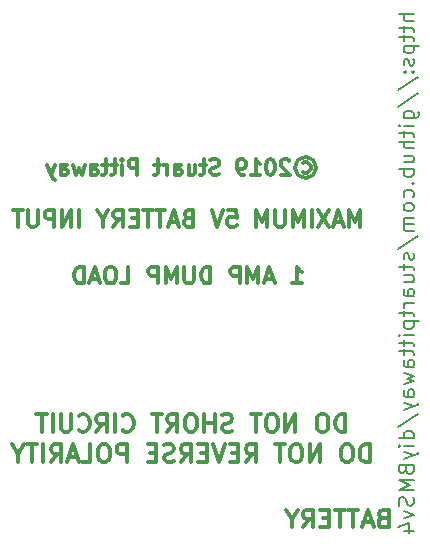
<source format=gbr>
G04 #@! TF.GenerationSoftware,KiCad,Pcbnew,(5.0.0)*
G04 #@! TF.CreationDate,2019-03-26T19:26:32+00:00*
G04 #@! TF.ProjectId,v4,76342E6B696361645F70636200000000,rev?*
G04 #@! TF.SameCoordinates,Original*
G04 #@! TF.FileFunction,Legend,Bot*
G04 #@! TF.FilePolarity,Positive*
%FSLAX46Y46*%
G04 Gerber Fmt 4.6, Leading zero omitted, Abs format (unit mm)*
G04 Created by KiCad (PCBNEW (5.0.0)) date 03/26/19 19:26:32*
%MOMM*%
%LPD*%
G01*
G04 APERTURE LIST*
%ADD10C,0.300000*%
%ADD11C,0.200000*%
G04 APERTURE END LIST*
D10*
X80629885Y-91757971D02*
X80629885Y-90257971D01*
X80272742Y-90257971D01*
X80058457Y-90329400D01*
X79915600Y-90472257D01*
X79844171Y-90615114D01*
X79772742Y-90900828D01*
X79772742Y-91115114D01*
X79844171Y-91400828D01*
X79915600Y-91543685D01*
X80058457Y-91686542D01*
X80272742Y-91757971D01*
X80629885Y-91757971D01*
X78844171Y-90257971D02*
X78558457Y-90257971D01*
X78415600Y-90329400D01*
X78272742Y-90472257D01*
X78201314Y-90757971D01*
X78201314Y-91257971D01*
X78272742Y-91543685D01*
X78415600Y-91686542D01*
X78558457Y-91757971D01*
X78844171Y-91757971D01*
X78987028Y-91686542D01*
X79129885Y-91543685D01*
X79201314Y-91257971D01*
X79201314Y-90757971D01*
X79129885Y-90472257D01*
X78987028Y-90329400D01*
X78844171Y-90257971D01*
X76415600Y-91757971D02*
X76415600Y-90257971D01*
X75558457Y-91757971D01*
X75558457Y-90257971D01*
X74558457Y-90257971D02*
X74272742Y-90257971D01*
X74129885Y-90329400D01*
X73987028Y-90472257D01*
X73915600Y-90757971D01*
X73915600Y-91257971D01*
X73987028Y-91543685D01*
X74129885Y-91686542D01*
X74272742Y-91757971D01*
X74558457Y-91757971D01*
X74701314Y-91686542D01*
X74844171Y-91543685D01*
X74915600Y-91257971D01*
X74915600Y-90757971D01*
X74844171Y-90472257D01*
X74701314Y-90329400D01*
X74558457Y-90257971D01*
X73487028Y-90257971D02*
X72629885Y-90257971D01*
X73058457Y-91757971D02*
X73058457Y-90257971D01*
X71058457Y-91686542D02*
X70844171Y-91757971D01*
X70487028Y-91757971D01*
X70344171Y-91686542D01*
X70272742Y-91615114D01*
X70201314Y-91472257D01*
X70201314Y-91329400D01*
X70272742Y-91186542D01*
X70344171Y-91115114D01*
X70487028Y-91043685D01*
X70772742Y-90972257D01*
X70915600Y-90900828D01*
X70987028Y-90829400D01*
X71058457Y-90686542D01*
X71058457Y-90543685D01*
X70987028Y-90400828D01*
X70915600Y-90329400D01*
X70772742Y-90257971D01*
X70415600Y-90257971D01*
X70201314Y-90329400D01*
X69558457Y-91757971D02*
X69558457Y-90257971D01*
X69558457Y-90972257D02*
X68701314Y-90972257D01*
X68701314Y-91757971D02*
X68701314Y-90257971D01*
X67701314Y-90257971D02*
X67415600Y-90257971D01*
X67272742Y-90329400D01*
X67129885Y-90472257D01*
X67058457Y-90757971D01*
X67058457Y-91257971D01*
X67129885Y-91543685D01*
X67272742Y-91686542D01*
X67415600Y-91757971D01*
X67701314Y-91757971D01*
X67844171Y-91686542D01*
X67987028Y-91543685D01*
X68058457Y-91257971D01*
X68058457Y-90757971D01*
X67987028Y-90472257D01*
X67844171Y-90329400D01*
X67701314Y-90257971D01*
X65558457Y-91757971D02*
X66058457Y-91043685D01*
X66415600Y-91757971D02*
X66415600Y-90257971D01*
X65844171Y-90257971D01*
X65701314Y-90329400D01*
X65629885Y-90400828D01*
X65558457Y-90543685D01*
X65558457Y-90757971D01*
X65629885Y-90900828D01*
X65701314Y-90972257D01*
X65844171Y-91043685D01*
X66415600Y-91043685D01*
X65129885Y-90257971D02*
X64272742Y-90257971D01*
X64701314Y-91757971D02*
X64701314Y-90257971D01*
X61772742Y-91615114D02*
X61844171Y-91686542D01*
X62058457Y-91757971D01*
X62201314Y-91757971D01*
X62415600Y-91686542D01*
X62558457Y-91543685D01*
X62629885Y-91400828D01*
X62701314Y-91115114D01*
X62701314Y-90900828D01*
X62629885Y-90615114D01*
X62558457Y-90472257D01*
X62415600Y-90329400D01*
X62201314Y-90257971D01*
X62058457Y-90257971D01*
X61844171Y-90329400D01*
X61772742Y-90400828D01*
X61129885Y-91757971D02*
X61129885Y-90257971D01*
X59558457Y-91757971D02*
X60058457Y-91043685D01*
X60415600Y-91757971D02*
X60415600Y-90257971D01*
X59844171Y-90257971D01*
X59701314Y-90329400D01*
X59629885Y-90400828D01*
X59558457Y-90543685D01*
X59558457Y-90757971D01*
X59629885Y-90900828D01*
X59701314Y-90972257D01*
X59844171Y-91043685D01*
X60415600Y-91043685D01*
X58058457Y-91615114D02*
X58129885Y-91686542D01*
X58344171Y-91757971D01*
X58487028Y-91757971D01*
X58701314Y-91686542D01*
X58844171Y-91543685D01*
X58915600Y-91400828D01*
X58987028Y-91115114D01*
X58987028Y-90900828D01*
X58915600Y-90615114D01*
X58844171Y-90472257D01*
X58701314Y-90329400D01*
X58487028Y-90257971D01*
X58344171Y-90257971D01*
X58129885Y-90329400D01*
X58058457Y-90400828D01*
X57415600Y-90257971D02*
X57415600Y-91472257D01*
X57344171Y-91615114D01*
X57272742Y-91686542D01*
X57129885Y-91757971D01*
X56844171Y-91757971D01*
X56701314Y-91686542D01*
X56629885Y-91615114D01*
X56558457Y-91472257D01*
X56558457Y-90257971D01*
X55844171Y-91757971D02*
X55844171Y-90257971D01*
X55344171Y-90257971D02*
X54487028Y-90257971D01*
X54915600Y-91757971D02*
X54915600Y-90257971D01*
X82701314Y-94307971D02*
X82701314Y-92807971D01*
X82344171Y-92807971D01*
X82129885Y-92879400D01*
X81987028Y-93022257D01*
X81915600Y-93165114D01*
X81844171Y-93450828D01*
X81844171Y-93665114D01*
X81915600Y-93950828D01*
X81987028Y-94093685D01*
X82129885Y-94236542D01*
X82344171Y-94307971D01*
X82701314Y-94307971D01*
X80915600Y-92807971D02*
X80629885Y-92807971D01*
X80487028Y-92879400D01*
X80344171Y-93022257D01*
X80272742Y-93307971D01*
X80272742Y-93807971D01*
X80344171Y-94093685D01*
X80487028Y-94236542D01*
X80629885Y-94307971D01*
X80915600Y-94307971D01*
X81058457Y-94236542D01*
X81201314Y-94093685D01*
X81272742Y-93807971D01*
X81272742Y-93307971D01*
X81201314Y-93022257D01*
X81058457Y-92879400D01*
X80915600Y-92807971D01*
X78487028Y-94307971D02*
X78487028Y-92807971D01*
X77629885Y-94307971D01*
X77629885Y-92807971D01*
X76629885Y-92807971D02*
X76344171Y-92807971D01*
X76201314Y-92879400D01*
X76058457Y-93022257D01*
X75987028Y-93307971D01*
X75987028Y-93807971D01*
X76058457Y-94093685D01*
X76201314Y-94236542D01*
X76344171Y-94307971D01*
X76629885Y-94307971D01*
X76772742Y-94236542D01*
X76915600Y-94093685D01*
X76987028Y-93807971D01*
X76987028Y-93307971D01*
X76915600Y-93022257D01*
X76772742Y-92879400D01*
X76629885Y-92807971D01*
X75558457Y-92807971D02*
X74701314Y-92807971D01*
X75129885Y-94307971D02*
X75129885Y-92807971D01*
X72201314Y-94307971D02*
X72701314Y-93593685D01*
X73058457Y-94307971D02*
X73058457Y-92807971D01*
X72487028Y-92807971D01*
X72344171Y-92879400D01*
X72272742Y-92950828D01*
X72201314Y-93093685D01*
X72201314Y-93307971D01*
X72272742Y-93450828D01*
X72344171Y-93522257D01*
X72487028Y-93593685D01*
X73058457Y-93593685D01*
X71558457Y-93522257D02*
X71058457Y-93522257D01*
X70844171Y-94307971D02*
X71558457Y-94307971D01*
X71558457Y-92807971D01*
X70844171Y-92807971D01*
X70415600Y-92807971D02*
X69915600Y-94307971D01*
X69415600Y-92807971D01*
X68915600Y-93522257D02*
X68415600Y-93522257D01*
X68201314Y-94307971D02*
X68915600Y-94307971D01*
X68915600Y-92807971D01*
X68201314Y-92807971D01*
X66701314Y-94307971D02*
X67201314Y-93593685D01*
X67558457Y-94307971D02*
X67558457Y-92807971D01*
X66987028Y-92807971D01*
X66844171Y-92879400D01*
X66772742Y-92950828D01*
X66701314Y-93093685D01*
X66701314Y-93307971D01*
X66772742Y-93450828D01*
X66844171Y-93522257D01*
X66987028Y-93593685D01*
X67558457Y-93593685D01*
X66129885Y-94236542D02*
X65915600Y-94307971D01*
X65558457Y-94307971D01*
X65415600Y-94236542D01*
X65344171Y-94165114D01*
X65272742Y-94022257D01*
X65272742Y-93879400D01*
X65344171Y-93736542D01*
X65415600Y-93665114D01*
X65558457Y-93593685D01*
X65844171Y-93522257D01*
X65987028Y-93450828D01*
X66058457Y-93379400D01*
X66129885Y-93236542D01*
X66129885Y-93093685D01*
X66058457Y-92950828D01*
X65987028Y-92879400D01*
X65844171Y-92807971D01*
X65487028Y-92807971D01*
X65272742Y-92879400D01*
X64629885Y-93522257D02*
X64129885Y-93522257D01*
X63915600Y-94307971D02*
X64629885Y-94307971D01*
X64629885Y-92807971D01*
X63915600Y-92807971D01*
X62129885Y-94307971D02*
X62129885Y-92807971D01*
X61558457Y-92807971D01*
X61415600Y-92879400D01*
X61344171Y-92950828D01*
X61272742Y-93093685D01*
X61272742Y-93307971D01*
X61344171Y-93450828D01*
X61415600Y-93522257D01*
X61558457Y-93593685D01*
X62129885Y-93593685D01*
X60344171Y-92807971D02*
X60058457Y-92807971D01*
X59915600Y-92879400D01*
X59772742Y-93022257D01*
X59701314Y-93307971D01*
X59701314Y-93807971D01*
X59772742Y-94093685D01*
X59915600Y-94236542D01*
X60058457Y-94307971D01*
X60344171Y-94307971D01*
X60487028Y-94236542D01*
X60629885Y-94093685D01*
X60701314Y-93807971D01*
X60701314Y-93307971D01*
X60629885Y-93022257D01*
X60487028Y-92879400D01*
X60344171Y-92807971D01*
X58344171Y-94307971D02*
X59058457Y-94307971D01*
X59058457Y-92807971D01*
X57915600Y-93879400D02*
X57201314Y-93879400D01*
X58058457Y-94307971D02*
X57558457Y-92807971D01*
X57058457Y-94307971D01*
X55701314Y-94307971D02*
X56201314Y-93593685D01*
X56558457Y-94307971D02*
X56558457Y-92807971D01*
X55987028Y-92807971D01*
X55844171Y-92879400D01*
X55772742Y-92950828D01*
X55701314Y-93093685D01*
X55701314Y-93307971D01*
X55772742Y-93450828D01*
X55844171Y-93522257D01*
X55987028Y-93593685D01*
X56558457Y-93593685D01*
X55058457Y-94307971D02*
X55058457Y-92807971D01*
X54558457Y-92807971D02*
X53701314Y-92807971D01*
X54129885Y-94307971D02*
X54129885Y-92807971D01*
X52915600Y-93593685D02*
X52915600Y-94307971D01*
X53415600Y-92807971D02*
X52915600Y-93593685D01*
X52415600Y-92807971D01*
X81910000Y-74382533D02*
X81910000Y-72982533D01*
X81443333Y-73982533D01*
X80976666Y-72982533D01*
X80976666Y-74382533D01*
X80376666Y-73982533D02*
X79710000Y-73982533D01*
X80510000Y-74382533D02*
X80043333Y-72982533D01*
X79576666Y-74382533D01*
X79243333Y-72982533D02*
X78310000Y-74382533D01*
X78310000Y-72982533D02*
X79243333Y-74382533D01*
X77776666Y-74382533D02*
X77776666Y-72982533D01*
X77110000Y-74382533D02*
X77110000Y-72982533D01*
X76643333Y-73982533D01*
X76176666Y-72982533D01*
X76176666Y-74382533D01*
X75510000Y-72982533D02*
X75510000Y-74115866D01*
X75443333Y-74249200D01*
X75376666Y-74315866D01*
X75243333Y-74382533D01*
X74976666Y-74382533D01*
X74843333Y-74315866D01*
X74776666Y-74249200D01*
X74710000Y-74115866D01*
X74710000Y-72982533D01*
X74043333Y-74382533D02*
X74043333Y-72982533D01*
X73576666Y-73982533D01*
X73110000Y-72982533D01*
X73110000Y-74382533D01*
X70710000Y-72982533D02*
X71376666Y-72982533D01*
X71443333Y-73649200D01*
X71376666Y-73582533D01*
X71243333Y-73515866D01*
X70910000Y-73515866D01*
X70776666Y-73582533D01*
X70710000Y-73649200D01*
X70643333Y-73782533D01*
X70643333Y-74115866D01*
X70710000Y-74249200D01*
X70776666Y-74315866D01*
X70910000Y-74382533D01*
X71243333Y-74382533D01*
X71376666Y-74315866D01*
X71443333Y-74249200D01*
X70243333Y-72982533D02*
X69776666Y-74382533D01*
X69310000Y-72982533D01*
X67310000Y-73649200D02*
X67110000Y-73715866D01*
X67043333Y-73782533D01*
X66976666Y-73915866D01*
X66976666Y-74115866D01*
X67043333Y-74249200D01*
X67110000Y-74315866D01*
X67243333Y-74382533D01*
X67776666Y-74382533D01*
X67776666Y-72982533D01*
X67310000Y-72982533D01*
X67176666Y-73049200D01*
X67110000Y-73115866D01*
X67043333Y-73249200D01*
X67043333Y-73382533D01*
X67110000Y-73515866D01*
X67176666Y-73582533D01*
X67310000Y-73649200D01*
X67776666Y-73649200D01*
X66443333Y-73982533D02*
X65776666Y-73982533D01*
X66576666Y-74382533D02*
X66110000Y-72982533D01*
X65643333Y-74382533D01*
X65376666Y-72982533D02*
X64576666Y-72982533D01*
X64976666Y-74382533D02*
X64976666Y-72982533D01*
X64310000Y-72982533D02*
X63510000Y-72982533D01*
X63910000Y-74382533D02*
X63910000Y-72982533D01*
X63043333Y-73649200D02*
X62576666Y-73649200D01*
X62376666Y-74382533D02*
X63043333Y-74382533D01*
X63043333Y-72982533D01*
X62376666Y-72982533D01*
X60976666Y-74382533D02*
X61443333Y-73715866D01*
X61776666Y-74382533D02*
X61776666Y-72982533D01*
X61243333Y-72982533D01*
X61110000Y-73049200D01*
X61043333Y-73115866D01*
X60976666Y-73249200D01*
X60976666Y-73449200D01*
X61043333Y-73582533D01*
X61110000Y-73649200D01*
X61243333Y-73715866D01*
X61776666Y-73715866D01*
X60110000Y-73715866D02*
X60110000Y-74382533D01*
X60576666Y-72982533D02*
X60110000Y-73715866D01*
X59643333Y-72982533D01*
X58110000Y-74382533D02*
X58110000Y-72982533D01*
X57443333Y-74382533D02*
X57443333Y-72982533D01*
X56643333Y-74382533D01*
X56643333Y-72982533D01*
X55976666Y-74382533D02*
X55976666Y-72982533D01*
X55443333Y-72982533D01*
X55310000Y-73049200D01*
X55243333Y-73115866D01*
X55176666Y-73249200D01*
X55176666Y-73449200D01*
X55243333Y-73582533D01*
X55310000Y-73649200D01*
X55443333Y-73715866D01*
X55976666Y-73715866D01*
X54576666Y-72982533D02*
X54576666Y-74115866D01*
X54510000Y-74249200D01*
X54443333Y-74315866D01*
X54310000Y-74382533D01*
X54043333Y-74382533D01*
X53910000Y-74315866D01*
X53843333Y-74249200D01*
X53776666Y-74115866D01*
X53776666Y-72982533D01*
X53310000Y-72982533D02*
X52510000Y-72982533D01*
X52910000Y-74382533D02*
X52910000Y-72982533D01*
X76143333Y-79182533D02*
X76943333Y-79182533D01*
X76543333Y-79182533D02*
X76543333Y-77782533D01*
X76676666Y-77982533D01*
X76810000Y-78115866D01*
X76943333Y-78182533D01*
X74543333Y-78782533D02*
X73876666Y-78782533D01*
X74676666Y-79182533D02*
X74210000Y-77782533D01*
X73743333Y-79182533D01*
X73276666Y-79182533D02*
X73276666Y-77782533D01*
X72810000Y-78782533D01*
X72343333Y-77782533D01*
X72343333Y-79182533D01*
X71676666Y-79182533D02*
X71676666Y-77782533D01*
X71143333Y-77782533D01*
X71010000Y-77849200D01*
X70943333Y-77915866D01*
X70876666Y-78049200D01*
X70876666Y-78249200D01*
X70943333Y-78382533D01*
X71010000Y-78449200D01*
X71143333Y-78515866D01*
X71676666Y-78515866D01*
X69210000Y-79182533D02*
X69210000Y-77782533D01*
X68876666Y-77782533D01*
X68676666Y-77849200D01*
X68543333Y-77982533D01*
X68476666Y-78115866D01*
X68410000Y-78382533D01*
X68410000Y-78582533D01*
X68476666Y-78849200D01*
X68543333Y-78982533D01*
X68676666Y-79115866D01*
X68876666Y-79182533D01*
X69210000Y-79182533D01*
X67810000Y-77782533D02*
X67810000Y-78915866D01*
X67743333Y-79049200D01*
X67676666Y-79115866D01*
X67543333Y-79182533D01*
X67276666Y-79182533D01*
X67143333Y-79115866D01*
X67076666Y-79049200D01*
X67010000Y-78915866D01*
X67010000Y-77782533D01*
X66343333Y-79182533D02*
X66343333Y-77782533D01*
X65876666Y-78782533D01*
X65410000Y-77782533D01*
X65410000Y-79182533D01*
X64743333Y-79182533D02*
X64743333Y-77782533D01*
X64210000Y-77782533D01*
X64076666Y-77849200D01*
X64010000Y-77915866D01*
X63943333Y-78049200D01*
X63943333Y-78249200D01*
X64010000Y-78382533D01*
X64076666Y-78449200D01*
X64210000Y-78515866D01*
X64743333Y-78515866D01*
X61610000Y-79182533D02*
X62276666Y-79182533D01*
X62276666Y-77782533D01*
X60876666Y-77782533D02*
X60610000Y-77782533D01*
X60476666Y-77849200D01*
X60343333Y-77982533D01*
X60276666Y-78249200D01*
X60276666Y-78715866D01*
X60343333Y-78982533D01*
X60476666Y-79115866D01*
X60610000Y-79182533D01*
X60876666Y-79182533D01*
X61010000Y-79115866D01*
X61143333Y-78982533D01*
X61210000Y-78715866D01*
X61210000Y-78249200D01*
X61143333Y-77982533D01*
X61010000Y-77849200D01*
X60876666Y-77782533D01*
X59743333Y-78782533D02*
X59076666Y-78782533D01*
X59876666Y-79182533D02*
X59410000Y-77782533D01*
X58943333Y-79182533D01*
X58476666Y-79182533D02*
X58476666Y-77782533D01*
X58143333Y-77782533D01*
X57943333Y-77849200D01*
X57810000Y-77982533D01*
X57743333Y-78115866D01*
X57676666Y-78382533D01*
X57676666Y-78582533D01*
X57743333Y-78849200D01*
X57810000Y-78982533D01*
X57943333Y-79115866D01*
X58143333Y-79182533D01*
X58476666Y-79182533D01*
X83810800Y-99054457D02*
X83596514Y-99125885D01*
X83525085Y-99197314D01*
X83453657Y-99340171D01*
X83453657Y-99554457D01*
X83525085Y-99697314D01*
X83596514Y-99768742D01*
X83739371Y-99840171D01*
X84310800Y-99840171D01*
X84310800Y-98340171D01*
X83810800Y-98340171D01*
X83667942Y-98411600D01*
X83596514Y-98483028D01*
X83525085Y-98625885D01*
X83525085Y-98768742D01*
X83596514Y-98911600D01*
X83667942Y-98983028D01*
X83810800Y-99054457D01*
X84310800Y-99054457D01*
X82882228Y-99411600D02*
X82167942Y-99411600D01*
X83025085Y-99840171D02*
X82525085Y-98340171D01*
X82025085Y-99840171D01*
X81739371Y-98340171D02*
X80882228Y-98340171D01*
X81310800Y-99840171D02*
X81310800Y-98340171D01*
X80596514Y-98340171D02*
X79739371Y-98340171D01*
X80167942Y-99840171D02*
X80167942Y-98340171D01*
X79239371Y-99054457D02*
X78739371Y-99054457D01*
X78525085Y-99840171D02*
X79239371Y-99840171D01*
X79239371Y-98340171D01*
X78525085Y-98340171D01*
X77025085Y-99840171D02*
X77525085Y-99125885D01*
X77882228Y-99840171D02*
X77882228Y-98340171D01*
X77310800Y-98340171D01*
X77167942Y-98411600D01*
X77096514Y-98483028D01*
X77025085Y-98625885D01*
X77025085Y-98840171D01*
X77096514Y-98983028D01*
X77167942Y-99054457D01*
X77310800Y-99125885D01*
X77882228Y-99125885D01*
X76096514Y-99125885D02*
X76096514Y-99840171D01*
X76596514Y-98340171D02*
X76096514Y-99125885D01*
X75596514Y-98340171D01*
D11*
X86440095Y-56399466D02*
X85140095Y-56399466D01*
X86440095Y-56956609D02*
X85759142Y-56956609D01*
X85635333Y-56894704D01*
X85573428Y-56770895D01*
X85573428Y-56585180D01*
X85635333Y-56461371D01*
X85697238Y-56399466D01*
X85573428Y-57389942D02*
X85573428Y-57885180D01*
X85140095Y-57575657D02*
X86254380Y-57575657D01*
X86378190Y-57637561D01*
X86440095Y-57761371D01*
X86440095Y-57885180D01*
X85573428Y-58132800D02*
X85573428Y-58628038D01*
X85140095Y-58318514D02*
X86254380Y-58318514D01*
X86378190Y-58380419D01*
X86440095Y-58504228D01*
X86440095Y-58628038D01*
X85573428Y-59061371D02*
X86873428Y-59061371D01*
X85635333Y-59061371D02*
X85573428Y-59185180D01*
X85573428Y-59432800D01*
X85635333Y-59556609D01*
X85697238Y-59618514D01*
X85821047Y-59680419D01*
X86192476Y-59680419D01*
X86316285Y-59618514D01*
X86378190Y-59556609D01*
X86440095Y-59432800D01*
X86440095Y-59185180D01*
X86378190Y-59061371D01*
X86378190Y-60175657D02*
X86440095Y-60299466D01*
X86440095Y-60547085D01*
X86378190Y-60670895D01*
X86254380Y-60732800D01*
X86192476Y-60732800D01*
X86068666Y-60670895D01*
X86006761Y-60547085D01*
X86006761Y-60361371D01*
X85944857Y-60237561D01*
X85821047Y-60175657D01*
X85759142Y-60175657D01*
X85635333Y-60237561D01*
X85573428Y-60361371D01*
X85573428Y-60547085D01*
X85635333Y-60670895D01*
X86316285Y-61289942D02*
X86378190Y-61351847D01*
X86440095Y-61289942D01*
X86378190Y-61228038D01*
X86316285Y-61289942D01*
X86440095Y-61289942D01*
X85635333Y-61289942D02*
X85697238Y-61351847D01*
X85759142Y-61289942D01*
X85697238Y-61228038D01*
X85635333Y-61289942D01*
X85759142Y-61289942D01*
X85078190Y-62837561D02*
X86749619Y-61723276D01*
X85078190Y-64199466D02*
X86749619Y-63085180D01*
X85573428Y-65189942D02*
X86625809Y-65189942D01*
X86749619Y-65128038D01*
X86811523Y-65066133D01*
X86873428Y-64942323D01*
X86873428Y-64756609D01*
X86811523Y-64632800D01*
X86378190Y-65189942D02*
X86440095Y-65066133D01*
X86440095Y-64818514D01*
X86378190Y-64694704D01*
X86316285Y-64632800D01*
X86192476Y-64570895D01*
X85821047Y-64570895D01*
X85697238Y-64632800D01*
X85635333Y-64694704D01*
X85573428Y-64818514D01*
X85573428Y-65066133D01*
X85635333Y-65189942D01*
X86440095Y-65808990D02*
X85573428Y-65808990D01*
X85140095Y-65808990D02*
X85202000Y-65747085D01*
X85263904Y-65808990D01*
X85202000Y-65870895D01*
X85140095Y-65808990D01*
X85263904Y-65808990D01*
X85573428Y-66242323D02*
X85573428Y-66737561D01*
X85140095Y-66428038D02*
X86254380Y-66428038D01*
X86378190Y-66489942D01*
X86440095Y-66613752D01*
X86440095Y-66737561D01*
X86440095Y-67170895D02*
X85140095Y-67170895D01*
X86440095Y-67728038D02*
X85759142Y-67728038D01*
X85635333Y-67666133D01*
X85573428Y-67542323D01*
X85573428Y-67356609D01*
X85635333Y-67232800D01*
X85697238Y-67170895D01*
X85573428Y-68904228D02*
X86440095Y-68904228D01*
X85573428Y-68347085D02*
X86254380Y-68347085D01*
X86378190Y-68408990D01*
X86440095Y-68532800D01*
X86440095Y-68718514D01*
X86378190Y-68842323D01*
X86316285Y-68904228D01*
X86440095Y-69523276D02*
X85140095Y-69523276D01*
X85635333Y-69523276D02*
X85573428Y-69647085D01*
X85573428Y-69894704D01*
X85635333Y-70018514D01*
X85697238Y-70080419D01*
X85821047Y-70142323D01*
X86192476Y-70142323D01*
X86316285Y-70080419D01*
X86378190Y-70018514D01*
X86440095Y-69894704D01*
X86440095Y-69647085D01*
X86378190Y-69523276D01*
X86316285Y-70699466D02*
X86378190Y-70761371D01*
X86440095Y-70699466D01*
X86378190Y-70637561D01*
X86316285Y-70699466D01*
X86440095Y-70699466D01*
X86378190Y-71875657D02*
X86440095Y-71751847D01*
X86440095Y-71504228D01*
X86378190Y-71380419D01*
X86316285Y-71318514D01*
X86192476Y-71256609D01*
X85821047Y-71256609D01*
X85697238Y-71318514D01*
X85635333Y-71380419D01*
X85573428Y-71504228D01*
X85573428Y-71751847D01*
X85635333Y-71875657D01*
X86440095Y-72618514D02*
X86378190Y-72494704D01*
X86316285Y-72432800D01*
X86192476Y-72370895D01*
X85821047Y-72370895D01*
X85697238Y-72432800D01*
X85635333Y-72494704D01*
X85573428Y-72618514D01*
X85573428Y-72804228D01*
X85635333Y-72928038D01*
X85697238Y-72989942D01*
X85821047Y-73051847D01*
X86192476Y-73051847D01*
X86316285Y-72989942D01*
X86378190Y-72928038D01*
X86440095Y-72804228D01*
X86440095Y-72618514D01*
X86440095Y-73608990D02*
X85573428Y-73608990D01*
X85697238Y-73608990D02*
X85635333Y-73670895D01*
X85573428Y-73794704D01*
X85573428Y-73980419D01*
X85635333Y-74104228D01*
X85759142Y-74166133D01*
X86440095Y-74166133D01*
X85759142Y-74166133D02*
X85635333Y-74228038D01*
X85573428Y-74351847D01*
X85573428Y-74537561D01*
X85635333Y-74661371D01*
X85759142Y-74723276D01*
X86440095Y-74723276D01*
X85078190Y-76270895D02*
X86749619Y-75156609D01*
X86378190Y-76642323D02*
X86440095Y-76766133D01*
X86440095Y-77013752D01*
X86378190Y-77137561D01*
X86254380Y-77199466D01*
X86192476Y-77199466D01*
X86068666Y-77137561D01*
X86006761Y-77013752D01*
X86006761Y-76828038D01*
X85944857Y-76704228D01*
X85821047Y-76642323D01*
X85759142Y-76642323D01*
X85635333Y-76704228D01*
X85573428Y-76828038D01*
X85573428Y-77013752D01*
X85635333Y-77137561D01*
X85573428Y-77570895D02*
X85573428Y-78066133D01*
X85140095Y-77756609D02*
X86254380Y-77756609D01*
X86378190Y-77818514D01*
X86440095Y-77942323D01*
X86440095Y-78066133D01*
X85573428Y-79056609D02*
X86440095Y-79056609D01*
X85573428Y-78499466D02*
X86254380Y-78499466D01*
X86378190Y-78561371D01*
X86440095Y-78685180D01*
X86440095Y-78870895D01*
X86378190Y-78994704D01*
X86316285Y-79056609D01*
X86440095Y-80232800D02*
X85759142Y-80232800D01*
X85635333Y-80170895D01*
X85573428Y-80047085D01*
X85573428Y-79799466D01*
X85635333Y-79675657D01*
X86378190Y-80232800D02*
X86440095Y-80108990D01*
X86440095Y-79799466D01*
X86378190Y-79675657D01*
X86254380Y-79613752D01*
X86130571Y-79613752D01*
X86006761Y-79675657D01*
X85944857Y-79799466D01*
X85944857Y-80108990D01*
X85882952Y-80232800D01*
X86440095Y-80851847D02*
X85573428Y-80851847D01*
X85821047Y-80851847D02*
X85697238Y-80913752D01*
X85635333Y-80975657D01*
X85573428Y-81099466D01*
X85573428Y-81223276D01*
X85573428Y-81470895D02*
X85573428Y-81966133D01*
X85140095Y-81656609D02*
X86254380Y-81656609D01*
X86378190Y-81718514D01*
X86440095Y-81842323D01*
X86440095Y-81966133D01*
X85573428Y-82399466D02*
X86873428Y-82399466D01*
X85635333Y-82399466D02*
X85573428Y-82523276D01*
X85573428Y-82770895D01*
X85635333Y-82894704D01*
X85697238Y-82956609D01*
X85821047Y-83018514D01*
X86192476Y-83018514D01*
X86316285Y-82956609D01*
X86378190Y-82894704D01*
X86440095Y-82770895D01*
X86440095Y-82523276D01*
X86378190Y-82399466D01*
X86440095Y-83575657D02*
X85573428Y-83575657D01*
X85140095Y-83575657D02*
X85202000Y-83513752D01*
X85263904Y-83575657D01*
X85202000Y-83637561D01*
X85140095Y-83575657D01*
X85263904Y-83575657D01*
X85573428Y-84008990D02*
X85573428Y-84504228D01*
X85140095Y-84194704D02*
X86254380Y-84194704D01*
X86378190Y-84256609D01*
X86440095Y-84380419D01*
X86440095Y-84504228D01*
X85573428Y-84751847D02*
X85573428Y-85247085D01*
X85140095Y-84937561D02*
X86254380Y-84937561D01*
X86378190Y-84999466D01*
X86440095Y-85123276D01*
X86440095Y-85247085D01*
X86440095Y-86237561D02*
X85759142Y-86237561D01*
X85635333Y-86175657D01*
X85573428Y-86051847D01*
X85573428Y-85804228D01*
X85635333Y-85680419D01*
X86378190Y-86237561D02*
X86440095Y-86113752D01*
X86440095Y-85804228D01*
X86378190Y-85680419D01*
X86254380Y-85618514D01*
X86130571Y-85618514D01*
X86006761Y-85680419D01*
X85944857Y-85804228D01*
X85944857Y-86113752D01*
X85882952Y-86237561D01*
X85573428Y-86732800D02*
X86440095Y-86980419D01*
X85821047Y-87228038D01*
X86440095Y-87475657D01*
X85573428Y-87723276D01*
X86440095Y-88775657D02*
X85759142Y-88775657D01*
X85635333Y-88713752D01*
X85573428Y-88589942D01*
X85573428Y-88342323D01*
X85635333Y-88218514D01*
X86378190Y-88775657D02*
X86440095Y-88651847D01*
X86440095Y-88342323D01*
X86378190Y-88218514D01*
X86254380Y-88156609D01*
X86130571Y-88156609D01*
X86006761Y-88218514D01*
X85944857Y-88342323D01*
X85944857Y-88651847D01*
X85882952Y-88775657D01*
X85573428Y-89270895D02*
X86440095Y-89580419D01*
X85573428Y-89889942D02*
X86440095Y-89580419D01*
X86749619Y-89456609D01*
X86811523Y-89394704D01*
X86873428Y-89270895D01*
X85078190Y-91313752D02*
X86749619Y-90199466D01*
X86440095Y-92304228D02*
X85140095Y-92304228D01*
X86378190Y-92304228D02*
X86440095Y-92180419D01*
X86440095Y-91932800D01*
X86378190Y-91808990D01*
X86316285Y-91747085D01*
X86192476Y-91685180D01*
X85821047Y-91685180D01*
X85697238Y-91747085D01*
X85635333Y-91808990D01*
X85573428Y-91932800D01*
X85573428Y-92180419D01*
X85635333Y-92304228D01*
X86440095Y-92923276D02*
X85573428Y-92923276D01*
X85140095Y-92923276D02*
X85202000Y-92861371D01*
X85263904Y-92923276D01*
X85202000Y-92985180D01*
X85140095Y-92923276D01*
X85263904Y-92923276D01*
X85573428Y-93418514D02*
X86440095Y-93728038D01*
X85573428Y-94037561D02*
X86440095Y-93728038D01*
X86749619Y-93604228D01*
X86811523Y-93542323D01*
X86873428Y-93418514D01*
X85759142Y-94966133D02*
X85821047Y-95151847D01*
X85882952Y-95213752D01*
X86006761Y-95275657D01*
X86192476Y-95275657D01*
X86316285Y-95213752D01*
X86378190Y-95151847D01*
X86440095Y-95028038D01*
X86440095Y-94532800D01*
X85140095Y-94532800D01*
X85140095Y-94966133D01*
X85202000Y-95089942D01*
X85263904Y-95151847D01*
X85387714Y-95213752D01*
X85511523Y-95213752D01*
X85635333Y-95151847D01*
X85697238Y-95089942D01*
X85759142Y-94966133D01*
X85759142Y-94532800D01*
X86440095Y-95832800D02*
X85140095Y-95832800D01*
X86068666Y-96266133D01*
X85140095Y-96699466D01*
X86440095Y-96699466D01*
X86378190Y-97256609D02*
X86440095Y-97442323D01*
X86440095Y-97751847D01*
X86378190Y-97875657D01*
X86316285Y-97937561D01*
X86192476Y-97999466D01*
X86068666Y-97999466D01*
X85944857Y-97937561D01*
X85882952Y-97875657D01*
X85821047Y-97751847D01*
X85759142Y-97504228D01*
X85697238Y-97380419D01*
X85635333Y-97318514D01*
X85511523Y-97256609D01*
X85387714Y-97256609D01*
X85263904Y-97318514D01*
X85202000Y-97380419D01*
X85140095Y-97504228D01*
X85140095Y-97813752D01*
X85202000Y-97999466D01*
X85573428Y-98432800D02*
X86440095Y-98742323D01*
X85573428Y-99051847D01*
X85573428Y-100104228D02*
X86440095Y-100104228D01*
X85078190Y-99794704D02*
X86006761Y-99485180D01*
X86006761Y-100289942D01*
D10*
X77016285Y-68990419D02*
X77140095Y-68928514D01*
X77387714Y-68928514D01*
X77511523Y-68990419D01*
X77635333Y-69114228D01*
X77697238Y-69238038D01*
X77697238Y-69485657D01*
X77635333Y-69609466D01*
X77511523Y-69733276D01*
X77387714Y-69795180D01*
X77140095Y-69795180D01*
X77016285Y-69733276D01*
X77263904Y-68495180D02*
X77573428Y-68557085D01*
X77882952Y-68742800D01*
X78068666Y-69052323D01*
X78130571Y-69361847D01*
X78068666Y-69671371D01*
X77882952Y-69980895D01*
X77573428Y-70166609D01*
X77263904Y-70228514D01*
X76954380Y-70166609D01*
X76644857Y-69980895D01*
X76459142Y-69671371D01*
X76397238Y-69361847D01*
X76459142Y-69052323D01*
X76644857Y-68742800D01*
X76954380Y-68557085D01*
X77263904Y-68495180D01*
X75902000Y-68804704D02*
X75840095Y-68742800D01*
X75716285Y-68680895D01*
X75406761Y-68680895D01*
X75282952Y-68742800D01*
X75221047Y-68804704D01*
X75159142Y-68928514D01*
X75159142Y-69052323D01*
X75221047Y-69238038D01*
X75963904Y-69980895D01*
X75159142Y-69980895D01*
X74354380Y-68680895D02*
X74230571Y-68680895D01*
X74106761Y-68742800D01*
X74044857Y-68804704D01*
X73982952Y-68928514D01*
X73921047Y-69176133D01*
X73921047Y-69485657D01*
X73982952Y-69733276D01*
X74044857Y-69857085D01*
X74106761Y-69918990D01*
X74230571Y-69980895D01*
X74354380Y-69980895D01*
X74478190Y-69918990D01*
X74540095Y-69857085D01*
X74602000Y-69733276D01*
X74663904Y-69485657D01*
X74663904Y-69176133D01*
X74602000Y-68928514D01*
X74540095Y-68804704D01*
X74478190Y-68742800D01*
X74354380Y-68680895D01*
X72682952Y-69980895D02*
X73425809Y-69980895D01*
X73054380Y-69980895D02*
X73054380Y-68680895D01*
X73178190Y-68866609D01*
X73302000Y-68990419D01*
X73425809Y-69052323D01*
X72063904Y-69980895D02*
X71816285Y-69980895D01*
X71692476Y-69918990D01*
X71630571Y-69857085D01*
X71506761Y-69671371D01*
X71444857Y-69423752D01*
X71444857Y-68928514D01*
X71506761Y-68804704D01*
X71568666Y-68742800D01*
X71692476Y-68680895D01*
X71940095Y-68680895D01*
X72063904Y-68742800D01*
X72125809Y-68804704D01*
X72187714Y-68928514D01*
X72187714Y-69238038D01*
X72125809Y-69361847D01*
X72063904Y-69423752D01*
X71940095Y-69485657D01*
X71692476Y-69485657D01*
X71568666Y-69423752D01*
X71506761Y-69361847D01*
X71444857Y-69238038D01*
X69959142Y-69918990D02*
X69773428Y-69980895D01*
X69463904Y-69980895D01*
X69340095Y-69918990D01*
X69278190Y-69857085D01*
X69216285Y-69733276D01*
X69216285Y-69609466D01*
X69278190Y-69485657D01*
X69340095Y-69423752D01*
X69463904Y-69361847D01*
X69711523Y-69299942D01*
X69835333Y-69238038D01*
X69897238Y-69176133D01*
X69959142Y-69052323D01*
X69959142Y-68928514D01*
X69897238Y-68804704D01*
X69835333Y-68742800D01*
X69711523Y-68680895D01*
X69401999Y-68680895D01*
X69216285Y-68742800D01*
X68844857Y-69114228D02*
X68349619Y-69114228D01*
X68659142Y-68680895D02*
X68659142Y-69795180D01*
X68597238Y-69918990D01*
X68473428Y-69980895D01*
X68349619Y-69980895D01*
X67359142Y-69114228D02*
X67359142Y-69980895D01*
X67916285Y-69114228D02*
X67916285Y-69795180D01*
X67854380Y-69918990D01*
X67730571Y-69980895D01*
X67544857Y-69980895D01*
X67421047Y-69918990D01*
X67359142Y-69857085D01*
X66182952Y-69980895D02*
X66182952Y-69299942D01*
X66244857Y-69176133D01*
X66368666Y-69114228D01*
X66616285Y-69114228D01*
X66740095Y-69176133D01*
X66182952Y-69918990D02*
X66306761Y-69980895D01*
X66616285Y-69980895D01*
X66740095Y-69918990D01*
X66801999Y-69795180D01*
X66801999Y-69671371D01*
X66740095Y-69547561D01*
X66616285Y-69485657D01*
X66306761Y-69485657D01*
X66182952Y-69423752D01*
X65563904Y-69980895D02*
X65563904Y-69114228D01*
X65563904Y-69361847D02*
X65501999Y-69238038D01*
X65440095Y-69176133D01*
X65316285Y-69114228D01*
X65192476Y-69114228D01*
X64944857Y-69114228D02*
X64449619Y-69114228D01*
X64759142Y-68680895D02*
X64759142Y-69795180D01*
X64697238Y-69918990D01*
X64573428Y-69980895D01*
X64449619Y-69980895D01*
X63025809Y-69980895D02*
X63025809Y-68680895D01*
X62530571Y-68680895D01*
X62406761Y-68742800D01*
X62344857Y-68804704D01*
X62282952Y-68928514D01*
X62282952Y-69114228D01*
X62344857Y-69238038D01*
X62406761Y-69299942D01*
X62530571Y-69361847D01*
X63025809Y-69361847D01*
X61725809Y-69980895D02*
X61725809Y-69114228D01*
X61725809Y-68680895D02*
X61787714Y-68742800D01*
X61725809Y-68804704D01*
X61663904Y-68742800D01*
X61725809Y-68680895D01*
X61725809Y-68804704D01*
X61292476Y-69114228D02*
X60797238Y-69114228D01*
X61106761Y-68680895D02*
X61106761Y-69795180D01*
X61044857Y-69918990D01*
X60921047Y-69980895D01*
X60797238Y-69980895D01*
X60549619Y-69114228D02*
X60054380Y-69114228D01*
X60363904Y-68680895D02*
X60363904Y-69795180D01*
X60301999Y-69918990D01*
X60178190Y-69980895D01*
X60054380Y-69980895D01*
X59063904Y-69980895D02*
X59063904Y-69299942D01*
X59125809Y-69176133D01*
X59249619Y-69114228D01*
X59497238Y-69114228D01*
X59621047Y-69176133D01*
X59063904Y-69918990D02*
X59187714Y-69980895D01*
X59497238Y-69980895D01*
X59621047Y-69918990D01*
X59682952Y-69795180D01*
X59682952Y-69671371D01*
X59621047Y-69547561D01*
X59497238Y-69485657D01*
X59187714Y-69485657D01*
X59063904Y-69423752D01*
X58568666Y-69114228D02*
X58321047Y-69980895D01*
X58073428Y-69361847D01*
X57825809Y-69980895D01*
X57578190Y-69114228D01*
X56525809Y-69980895D02*
X56525809Y-69299942D01*
X56587714Y-69176133D01*
X56711523Y-69114228D01*
X56959142Y-69114228D01*
X57082952Y-69176133D01*
X56525809Y-69918990D02*
X56649619Y-69980895D01*
X56959142Y-69980895D01*
X57082952Y-69918990D01*
X57144857Y-69795180D01*
X57144857Y-69671371D01*
X57082952Y-69547561D01*
X56959142Y-69485657D01*
X56649619Y-69485657D01*
X56525809Y-69423752D01*
X56030571Y-69114228D02*
X55721047Y-69980895D01*
X55411523Y-69114228D02*
X55721047Y-69980895D01*
X55844857Y-70290419D01*
X55906761Y-70352323D01*
X56030571Y-70414228D01*
M02*

</source>
